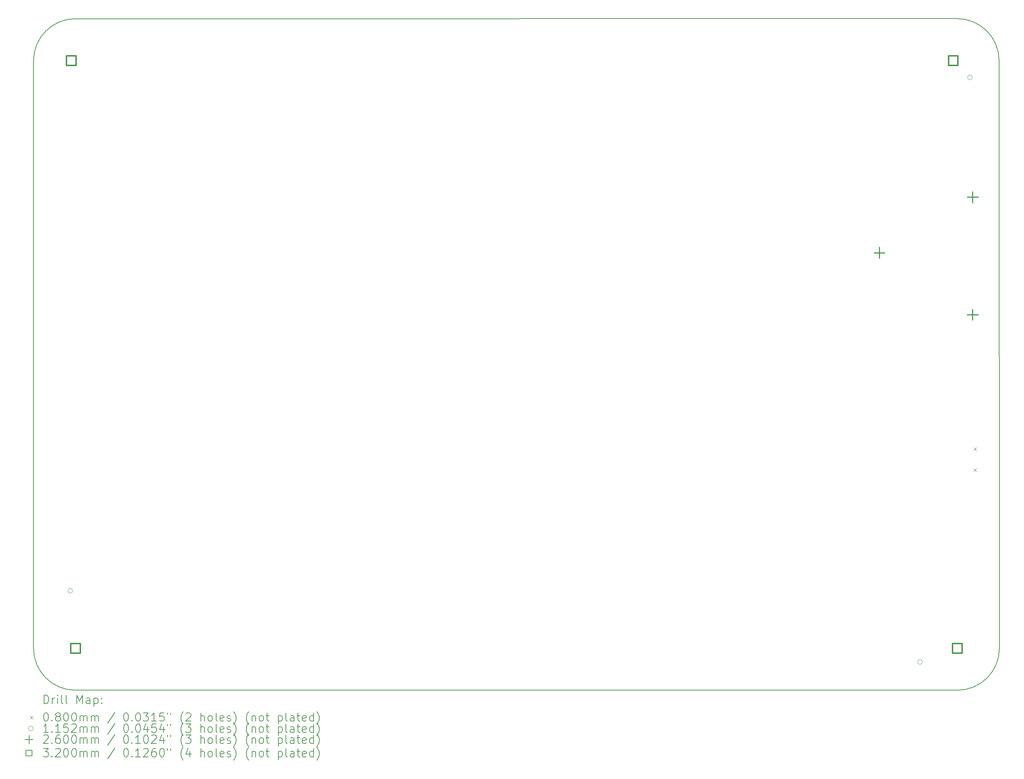
<source format=gbr>
%TF.GenerationSoftware,KiCad,Pcbnew,(6.0.10-0)*%
%TF.CreationDate,2023-01-28T16:51:03+01:00*%
%TF.ProjectId,LivSynth_Hardware,4c697653-796e-4746-985f-486172647761,0v2*%
%TF.SameCoordinates,Original*%
%TF.FileFunction,Drillmap*%
%TF.FilePolarity,Positive*%
%FSLAX45Y45*%
G04 Gerber Fmt 4.5, Leading zero omitted, Abs format (unit mm)*
G04 Created by KiCad (PCBNEW (6.0.10-0)) date 2023-01-28 16:51:03*
%MOMM*%
%LPD*%
G01*
G04 APERTURE LIST*
%ADD10C,0.150000*%
%ADD11C,0.200000*%
%ADD12C,0.080000*%
%ADD13C,0.115200*%
%ADD14C,0.260000*%
%ADD15C,0.320000*%
G04 APERTURE END LIST*
D10*
X30992893Y-7800000D02*
X31000000Y-21792893D01*
X7999997Y-21792893D02*
G75*
G03*
X9000000Y-22792893I1000003J3D01*
G01*
X9000000Y-6801500D02*
X29992893Y-6800000D01*
X30000000Y-22792890D02*
G75*
G03*
X31000000Y-21792893I0J1000000D01*
G01*
X8000000Y-21792893D02*
X8000000Y-7801500D01*
X9000000Y-22792893D02*
X30000000Y-22792893D01*
X9000000Y-6801500D02*
G75*
G03*
X8000000Y-7801500I0J-1000000D01*
G01*
X30992890Y-7800000D02*
G75*
G03*
X29992893Y-6800000I-1000000J0D01*
G01*
D11*
D12*
X30380000Y-17009500D02*
X30460000Y-17089500D01*
X30460000Y-17009500D02*
X30380000Y-17089500D01*
X30380000Y-17509500D02*
X30460000Y-17589500D01*
X30460000Y-17509500D02*
X30380000Y-17589500D01*
D13*
X8932600Y-20425000D02*
G75*
G03*
X8932600Y-20425000I-57600J0D01*
G01*
X29167600Y-22120000D02*
G75*
G03*
X29167600Y-22120000I-57600J0D01*
G01*
X30357600Y-8200000D02*
G75*
G03*
X30357600Y-8200000I-57600J0D01*
G01*
D14*
X28140000Y-12245000D02*
X28140000Y-12505000D01*
X28010000Y-12375000D02*
X28270000Y-12375000D01*
X30360000Y-10920000D02*
X30360000Y-11180000D01*
X30230000Y-11050000D02*
X30490000Y-11050000D01*
X30360000Y-13720000D02*
X30360000Y-13980000D01*
X30230000Y-13850000D02*
X30490000Y-13850000D01*
D15*
X9013138Y-7914638D02*
X9013138Y-7688362D01*
X8786862Y-7688362D01*
X8786862Y-7914638D01*
X9013138Y-7914638D01*
X9113138Y-21906031D02*
X9113138Y-21679755D01*
X8886862Y-21679755D01*
X8886862Y-21906031D01*
X9113138Y-21906031D01*
X30013138Y-7914638D02*
X30013138Y-7688362D01*
X29786862Y-7688362D01*
X29786862Y-7914638D01*
X30013138Y-7914638D01*
X30113138Y-21906031D02*
X30113138Y-21679755D01*
X29886862Y-21679755D01*
X29886862Y-21906031D01*
X30113138Y-21906031D01*
D11*
X8250119Y-23110869D02*
X8250119Y-22910869D01*
X8297738Y-22910869D01*
X8326309Y-22920393D01*
X8345357Y-22939441D01*
X8354881Y-22958488D01*
X8364405Y-22996584D01*
X8364405Y-23025155D01*
X8354881Y-23063250D01*
X8345357Y-23082298D01*
X8326309Y-23101345D01*
X8297738Y-23110869D01*
X8250119Y-23110869D01*
X8450119Y-23110869D02*
X8450119Y-22977536D01*
X8450119Y-23015631D02*
X8459643Y-22996584D01*
X8469167Y-22987060D01*
X8488214Y-22977536D01*
X8507262Y-22977536D01*
X8573929Y-23110869D02*
X8573929Y-22977536D01*
X8573929Y-22910869D02*
X8564405Y-22920393D01*
X8573929Y-22929917D01*
X8583452Y-22920393D01*
X8573929Y-22910869D01*
X8573929Y-22929917D01*
X8697738Y-23110869D02*
X8678690Y-23101345D01*
X8669167Y-23082298D01*
X8669167Y-22910869D01*
X8802500Y-23110869D02*
X8783452Y-23101345D01*
X8773929Y-23082298D01*
X8773929Y-22910869D01*
X9031071Y-23110869D02*
X9031071Y-22910869D01*
X9097738Y-23053726D01*
X9164405Y-22910869D01*
X9164405Y-23110869D01*
X9345357Y-23110869D02*
X9345357Y-23006107D01*
X9335833Y-22987060D01*
X9316786Y-22977536D01*
X9278690Y-22977536D01*
X9259643Y-22987060D01*
X9345357Y-23101345D02*
X9326310Y-23110869D01*
X9278690Y-23110869D01*
X9259643Y-23101345D01*
X9250119Y-23082298D01*
X9250119Y-23063250D01*
X9259643Y-23044203D01*
X9278690Y-23034679D01*
X9326310Y-23034679D01*
X9345357Y-23025155D01*
X9440595Y-22977536D02*
X9440595Y-23177536D01*
X9440595Y-22987060D02*
X9459643Y-22977536D01*
X9497738Y-22977536D01*
X9516786Y-22987060D01*
X9526310Y-22996584D01*
X9535833Y-23015631D01*
X9535833Y-23072774D01*
X9526310Y-23091822D01*
X9516786Y-23101345D01*
X9497738Y-23110869D01*
X9459643Y-23110869D01*
X9440595Y-23101345D01*
X9621548Y-23091822D02*
X9631071Y-23101345D01*
X9621548Y-23110869D01*
X9612024Y-23101345D01*
X9621548Y-23091822D01*
X9621548Y-23110869D01*
X9621548Y-22987060D02*
X9631071Y-22996584D01*
X9621548Y-23006107D01*
X9612024Y-22996584D01*
X9621548Y-22987060D01*
X9621548Y-23006107D01*
D12*
X7912500Y-23400393D02*
X7992500Y-23480393D01*
X7992500Y-23400393D02*
X7912500Y-23480393D01*
D11*
X8288214Y-23330869D02*
X8307262Y-23330869D01*
X8326309Y-23340393D01*
X8335833Y-23349917D01*
X8345357Y-23368965D01*
X8354881Y-23407060D01*
X8354881Y-23454679D01*
X8345357Y-23492774D01*
X8335833Y-23511822D01*
X8326309Y-23521345D01*
X8307262Y-23530869D01*
X8288214Y-23530869D01*
X8269167Y-23521345D01*
X8259643Y-23511822D01*
X8250119Y-23492774D01*
X8240595Y-23454679D01*
X8240595Y-23407060D01*
X8250119Y-23368965D01*
X8259643Y-23349917D01*
X8269167Y-23340393D01*
X8288214Y-23330869D01*
X8440595Y-23511822D02*
X8450119Y-23521345D01*
X8440595Y-23530869D01*
X8431071Y-23521345D01*
X8440595Y-23511822D01*
X8440595Y-23530869D01*
X8564405Y-23416584D02*
X8545357Y-23407060D01*
X8535833Y-23397536D01*
X8526310Y-23378488D01*
X8526310Y-23368965D01*
X8535833Y-23349917D01*
X8545357Y-23340393D01*
X8564405Y-23330869D01*
X8602500Y-23330869D01*
X8621548Y-23340393D01*
X8631071Y-23349917D01*
X8640595Y-23368965D01*
X8640595Y-23378488D01*
X8631071Y-23397536D01*
X8621548Y-23407060D01*
X8602500Y-23416584D01*
X8564405Y-23416584D01*
X8545357Y-23426107D01*
X8535833Y-23435631D01*
X8526310Y-23454679D01*
X8526310Y-23492774D01*
X8535833Y-23511822D01*
X8545357Y-23521345D01*
X8564405Y-23530869D01*
X8602500Y-23530869D01*
X8621548Y-23521345D01*
X8631071Y-23511822D01*
X8640595Y-23492774D01*
X8640595Y-23454679D01*
X8631071Y-23435631D01*
X8621548Y-23426107D01*
X8602500Y-23416584D01*
X8764405Y-23330869D02*
X8783452Y-23330869D01*
X8802500Y-23340393D01*
X8812024Y-23349917D01*
X8821548Y-23368965D01*
X8831071Y-23407060D01*
X8831071Y-23454679D01*
X8821548Y-23492774D01*
X8812024Y-23511822D01*
X8802500Y-23521345D01*
X8783452Y-23530869D01*
X8764405Y-23530869D01*
X8745357Y-23521345D01*
X8735833Y-23511822D01*
X8726310Y-23492774D01*
X8716786Y-23454679D01*
X8716786Y-23407060D01*
X8726310Y-23368965D01*
X8735833Y-23349917D01*
X8745357Y-23340393D01*
X8764405Y-23330869D01*
X8954881Y-23330869D02*
X8973929Y-23330869D01*
X8992976Y-23340393D01*
X9002500Y-23349917D01*
X9012024Y-23368965D01*
X9021548Y-23407060D01*
X9021548Y-23454679D01*
X9012024Y-23492774D01*
X9002500Y-23511822D01*
X8992976Y-23521345D01*
X8973929Y-23530869D01*
X8954881Y-23530869D01*
X8935833Y-23521345D01*
X8926310Y-23511822D01*
X8916786Y-23492774D01*
X8907262Y-23454679D01*
X8907262Y-23407060D01*
X8916786Y-23368965D01*
X8926310Y-23349917D01*
X8935833Y-23340393D01*
X8954881Y-23330869D01*
X9107262Y-23530869D02*
X9107262Y-23397536D01*
X9107262Y-23416584D02*
X9116786Y-23407060D01*
X9135833Y-23397536D01*
X9164405Y-23397536D01*
X9183452Y-23407060D01*
X9192976Y-23426107D01*
X9192976Y-23530869D01*
X9192976Y-23426107D02*
X9202500Y-23407060D01*
X9221548Y-23397536D01*
X9250119Y-23397536D01*
X9269167Y-23407060D01*
X9278690Y-23426107D01*
X9278690Y-23530869D01*
X9373929Y-23530869D02*
X9373929Y-23397536D01*
X9373929Y-23416584D02*
X9383452Y-23407060D01*
X9402500Y-23397536D01*
X9431071Y-23397536D01*
X9450119Y-23407060D01*
X9459643Y-23426107D01*
X9459643Y-23530869D01*
X9459643Y-23426107D02*
X9469167Y-23407060D01*
X9488214Y-23397536D01*
X9516786Y-23397536D01*
X9535833Y-23407060D01*
X9545357Y-23426107D01*
X9545357Y-23530869D01*
X9935833Y-23321345D02*
X9764405Y-23578488D01*
X10192976Y-23330869D02*
X10212024Y-23330869D01*
X10231071Y-23340393D01*
X10240595Y-23349917D01*
X10250119Y-23368965D01*
X10259643Y-23407060D01*
X10259643Y-23454679D01*
X10250119Y-23492774D01*
X10240595Y-23511822D01*
X10231071Y-23521345D01*
X10212024Y-23530869D01*
X10192976Y-23530869D01*
X10173929Y-23521345D01*
X10164405Y-23511822D01*
X10154881Y-23492774D01*
X10145357Y-23454679D01*
X10145357Y-23407060D01*
X10154881Y-23368965D01*
X10164405Y-23349917D01*
X10173929Y-23340393D01*
X10192976Y-23330869D01*
X10345357Y-23511822D02*
X10354881Y-23521345D01*
X10345357Y-23530869D01*
X10335833Y-23521345D01*
X10345357Y-23511822D01*
X10345357Y-23530869D01*
X10478690Y-23330869D02*
X10497738Y-23330869D01*
X10516786Y-23340393D01*
X10526310Y-23349917D01*
X10535833Y-23368965D01*
X10545357Y-23407060D01*
X10545357Y-23454679D01*
X10535833Y-23492774D01*
X10526310Y-23511822D01*
X10516786Y-23521345D01*
X10497738Y-23530869D01*
X10478690Y-23530869D01*
X10459643Y-23521345D01*
X10450119Y-23511822D01*
X10440595Y-23492774D01*
X10431071Y-23454679D01*
X10431071Y-23407060D01*
X10440595Y-23368965D01*
X10450119Y-23349917D01*
X10459643Y-23340393D01*
X10478690Y-23330869D01*
X10612024Y-23330869D02*
X10735833Y-23330869D01*
X10669167Y-23407060D01*
X10697738Y-23407060D01*
X10716786Y-23416584D01*
X10726310Y-23426107D01*
X10735833Y-23445155D01*
X10735833Y-23492774D01*
X10726310Y-23511822D01*
X10716786Y-23521345D01*
X10697738Y-23530869D01*
X10640595Y-23530869D01*
X10621548Y-23521345D01*
X10612024Y-23511822D01*
X10926310Y-23530869D02*
X10812024Y-23530869D01*
X10869167Y-23530869D02*
X10869167Y-23330869D01*
X10850119Y-23359441D01*
X10831071Y-23378488D01*
X10812024Y-23388012D01*
X11107262Y-23330869D02*
X11012024Y-23330869D01*
X11002500Y-23426107D01*
X11012024Y-23416584D01*
X11031071Y-23407060D01*
X11078690Y-23407060D01*
X11097738Y-23416584D01*
X11107262Y-23426107D01*
X11116786Y-23445155D01*
X11116786Y-23492774D01*
X11107262Y-23511822D01*
X11097738Y-23521345D01*
X11078690Y-23530869D01*
X11031071Y-23530869D01*
X11012024Y-23521345D01*
X11002500Y-23511822D01*
X11192976Y-23330869D02*
X11192976Y-23368965D01*
X11269167Y-23330869D02*
X11269167Y-23368965D01*
X11564405Y-23607060D02*
X11554881Y-23597536D01*
X11535833Y-23568965D01*
X11526309Y-23549917D01*
X11516786Y-23521345D01*
X11507262Y-23473726D01*
X11507262Y-23435631D01*
X11516786Y-23388012D01*
X11526309Y-23359441D01*
X11535833Y-23340393D01*
X11554881Y-23311822D01*
X11564405Y-23302298D01*
X11631071Y-23349917D02*
X11640595Y-23340393D01*
X11659643Y-23330869D01*
X11707262Y-23330869D01*
X11726309Y-23340393D01*
X11735833Y-23349917D01*
X11745357Y-23368965D01*
X11745357Y-23388012D01*
X11735833Y-23416584D01*
X11621548Y-23530869D01*
X11745357Y-23530869D01*
X11983452Y-23530869D02*
X11983452Y-23330869D01*
X12069167Y-23530869D02*
X12069167Y-23426107D01*
X12059643Y-23407060D01*
X12040595Y-23397536D01*
X12012024Y-23397536D01*
X11992976Y-23407060D01*
X11983452Y-23416584D01*
X12192976Y-23530869D02*
X12173928Y-23521345D01*
X12164405Y-23511822D01*
X12154881Y-23492774D01*
X12154881Y-23435631D01*
X12164405Y-23416584D01*
X12173928Y-23407060D01*
X12192976Y-23397536D01*
X12221548Y-23397536D01*
X12240595Y-23407060D01*
X12250119Y-23416584D01*
X12259643Y-23435631D01*
X12259643Y-23492774D01*
X12250119Y-23511822D01*
X12240595Y-23521345D01*
X12221548Y-23530869D01*
X12192976Y-23530869D01*
X12373928Y-23530869D02*
X12354881Y-23521345D01*
X12345357Y-23502298D01*
X12345357Y-23330869D01*
X12526309Y-23521345D02*
X12507262Y-23530869D01*
X12469167Y-23530869D01*
X12450119Y-23521345D01*
X12440595Y-23502298D01*
X12440595Y-23426107D01*
X12450119Y-23407060D01*
X12469167Y-23397536D01*
X12507262Y-23397536D01*
X12526309Y-23407060D01*
X12535833Y-23426107D01*
X12535833Y-23445155D01*
X12440595Y-23464203D01*
X12612024Y-23521345D02*
X12631071Y-23530869D01*
X12669167Y-23530869D01*
X12688214Y-23521345D01*
X12697738Y-23502298D01*
X12697738Y-23492774D01*
X12688214Y-23473726D01*
X12669167Y-23464203D01*
X12640595Y-23464203D01*
X12621548Y-23454679D01*
X12612024Y-23435631D01*
X12612024Y-23426107D01*
X12621548Y-23407060D01*
X12640595Y-23397536D01*
X12669167Y-23397536D01*
X12688214Y-23407060D01*
X12764405Y-23607060D02*
X12773928Y-23597536D01*
X12792976Y-23568965D01*
X12802500Y-23549917D01*
X12812024Y-23521345D01*
X12821548Y-23473726D01*
X12821548Y-23435631D01*
X12812024Y-23388012D01*
X12802500Y-23359441D01*
X12792976Y-23340393D01*
X12773928Y-23311822D01*
X12764405Y-23302298D01*
X13126309Y-23607060D02*
X13116786Y-23597536D01*
X13097738Y-23568965D01*
X13088214Y-23549917D01*
X13078690Y-23521345D01*
X13069167Y-23473726D01*
X13069167Y-23435631D01*
X13078690Y-23388012D01*
X13088214Y-23359441D01*
X13097738Y-23340393D01*
X13116786Y-23311822D01*
X13126309Y-23302298D01*
X13202500Y-23397536D02*
X13202500Y-23530869D01*
X13202500Y-23416584D02*
X13212024Y-23407060D01*
X13231071Y-23397536D01*
X13259643Y-23397536D01*
X13278690Y-23407060D01*
X13288214Y-23426107D01*
X13288214Y-23530869D01*
X13412024Y-23530869D02*
X13392976Y-23521345D01*
X13383452Y-23511822D01*
X13373928Y-23492774D01*
X13373928Y-23435631D01*
X13383452Y-23416584D01*
X13392976Y-23407060D01*
X13412024Y-23397536D01*
X13440595Y-23397536D01*
X13459643Y-23407060D01*
X13469167Y-23416584D01*
X13478690Y-23435631D01*
X13478690Y-23492774D01*
X13469167Y-23511822D01*
X13459643Y-23521345D01*
X13440595Y-23530869D01*
X13412024Y-23530869D01*
X13535833Y-23397536D02*
X13612024Y-23397536D01*
X13564405Y-23330869D02*
X13564405Y-23502298D01*
X13573928Y-23521345D01*
X13592976Y-23530869D01*
X13612024Y-23530869D01*
X13831071Y-23397536D02*
X13831071Y-23597536D01*
X13831071Y-23407060D02*
X13850119Y-23397536D01*
X13888214Y-23397536D01*
X13907262Y-23407060D01*
X13916786Y-23416584D01*
X13926309Y-23435631D01*
X13926309Y-23492774D01*
X13916786Y-23511822D01*
X13907262Y-23521345D01*
X13888214Y-23530869D01*
X13850119Y-23530869D01*
X13831071Y-23521345D01*
X14040595Y-23530869D02*
X14021548Y-23521345D01*
X14012024Y-23502298D01*
X14012024Y-23330869D01*
X14202500Y-23530869D02*
X14202500Y-23426107D01*
X14192976Y-23407060D01*
X14173928Y-23397536D01*
X14135833Y-23397536D01*
X14116786Y-23407060D01*
X14202500Y-23521345D02*
X14183452Y-23530869D01*
X14135833Y-23530869D01*
X14116786Y-23521345D01*
X14107262Y-23502298D01*
X14107262Y-23483250D01*
X14116786Y-23464203D01*
X14135833Y-23454679D01*
X14183452Y-23454679D01*
X14202500Y-23445155D01*
X14269167Y-23397536D02*
X14345357Y-23397536D01*
X14297738Y-23330869D02*
X14297738Y-23502298D01*
X14307262Y-23521345D01*
X14326309Y-23530869D01*
X14345357Y-23530869D01*
X14488214Y-23521345D02*
X14469167Y-23530869D01*
X14431071Y-23530869D01*
X14412024Y-23521345D01*
X14402500Y-23502298D01*
X14402500Y-23426107D01*
X14412024Y-23407060D01*
X14431071Y-23397536D01*
X14469167Y-23397536D01*
X14488214Y-23407060D01*
X14497738Y-23426107D01*
X14497738Y-23445155D01*
X14402500Y-23464203D01*
X14669167Y-23530869D02*
X14669167Y-23330869D01*
X14669167Y-23521345D02*
X14650119Y-23530869D01*
X14612024Y-23530869D01*
X14592976Y-23521345D01*
X14583452Y-23511822D01*
X14573928Y-23492774D01*
X14573928Y-23435631D01*
X14583452Y-23416584D01*
X14592976Y-23407060D01*
X14612024Y-23397536D01*
X14650119Y-23397536D01*
X14669167Y-23407060D01*
X14745357Y-23607060D02*
X14754881Y-23597536D01*
X14773928Y-23568965D01*
X14783452Y-23549917D01*
X14792976Y-23521345D01*
X14802500Y-23473726D01*
X14802500Y-23435631D01*
X14792976Y-23388012D01*
X14783452Y-23359441D01*
X14773928Y-23340393D01*
X14754881Y-23311822D01*
X14745357Y-23302298D01*
D13*
X7992500Y-23704393D02*
G75*
G03*
X7992500Y-23704393I-57600J0D01*
G01*
D11*
X8354881Y-23794869D02*
X8240595Y-23794869D01*
X8297738Y-23794869D02*
X8297738Y-23594869D01*
X8278690Y-23623441D01*
X8259643Y-23642488D01*
X8240595Y-23652012D01*
X8440595Y-23775822D02*
X8450119Y-23785345D01*
X8440595Y-23794869D01*
X8431071Y-23785345D01*
X8440595Y-23775822D01*
X8440595Y-23794869D01*
X8640595Y-23794869D02*
X8526310Y-23794869D01*
X8583452Y-23794869D02*
X8583452Y-23594869D01*
X8564405Y-23623441D01*
X8545357Y-23642488D01*
X8526310Y-23652012D01*
X8821548Y-23594869D02*
X8726310Y-23594869D01*
X8716786Y-23690107D01*
X8726310Y-23680584D01*
X8745357Y-23671060D01*
X8792976Y-23671060D01*
X8812024Y-23680584D01*
X8821548Y-23690107D01*
X8831071Y-23709155D01*
X8831071Y-23756774D01*
X8821548Y-23775822D01*
X8812024Y-23785345D01*
X8792976Y-23794869D01*
X8745357Y-23794869D01*
X8726310Y-23785345D01*
X8716786Y-23775822D01*
X8907262Y-23613917D02*
X8916786Y-23604393D01*
X8935833Y-23594869D01*
X8983452Y-23594869D01*
X9002500Y-23604393D01*
X9012024Y-23613917D01*
X9021548Y-23632965D01*
X9021548Y-23652012D01*
X9012024Y-23680584D01*
X8897738Y-23794869D01*
X9021548Y-23794869D01*
X9107262Y-23794869D02*
X9107262Y-23661536D01*
X9107262Y-23680584D02*
X9116786Y-23671060D01*
X9135833Y-23661536D01*
X9164405Y-23661536D01*
X9183452Y-23671060D01*
X9192976Y-23690107D01*
X9192976Y-23794869D01*
X9192976Y-23690107D02*
X9202500Y-23671060D01*
X9221548Y-23661536D01*
X9250119Y-23661536D01*
X9269167Y-23671060D01*
X9278690Y-23690107D01*
X9278690Y-23794869D01*
X9373929Y-23794869D02*
X9373929Y-23661536D01*
X9373929Y-23680584D02*
X9383452Y-23671060D01*
X9402500Y-23661536D01*
X9431071Y-23661536D01*
X9450119Y-23671060D01*
X9459643Y-23690107D01*
X9459643Y-23794869D01*
X9459643Y-23690107D02*
X9469167Y-23671060D01*
X9488214Y-23661536D01*
X9516786Y-23661536D01*
X9535833Y-23671060D01*
X9545357Y-23690107D01*
X9545357Y-23794869D01*
X9935833Y-23585345D02*
X9764405Y-23842488D01*
X10192976Y-23594869D02*
X10212024Y-23594869D01*
X10231071Y-23604393D01*
X10240595Y-23613917D01*
X10250119Y-23632965D01*
X10259643Y-23671060D01*
X10259643Y-23718679D01*
X10250119Y-23756774D01*
X10240595Y-23775822D01*
X10231071Y-23785345D01*
X10212024Y-23794869D01*
X10192976Y-23794869D01*
X10173929Y-23785345D01*
X10164405Y-23775822D01*
X10154881Y-23756774D01*
X10145357Y-23718679D01*
X10145357Y-23671060D01*
X10154881Y-23632965D01*
X10164405Y-23613917D01*
X10173929Y-23604393D01*
X10192976Y-23594869D01*
X10345357Y-23775822D02*
X10354881Y-23785345D01*
X10345357Y-23794869D01*
X10335833Y-23785345D01*
X10345357Y-23775822D01*
X10345357Y-23794869D01*
X10478690Y-23594869D02*
X10497738Y-23594869D01*
X10516786Y-23604393D01*
X10526310Y-23613917D01*
X10535833Y-23632965D01*
X10545357Y-23671060D01*
X10545357Y-23718679D01*
X10535833Y-23756774D01*
X10526310Y-23775822D01*
X10516786Y-23785345D01*
X10497738Y-23794869D01*
X10478690Y-23794869D01*
X10459643Y-23785345D01*
X10450119Y-23775822D01*
X10440595Y-23756774D01*
X10431071Y-23718679D01*
X10431071Y-23671060D01*
X10440595Y-23632965D01*
X10450119Y-23613917D01*
X10459643Y-23604393D01*
X10478690Y-23594869D01*
X10716786Y-23661536D02*
X10716786Y-23794869D01*
X10669167Y-23585345D02*
X10621548Y-23728203D01*
X10745357Y-23728203D01*
X10916786Y-23594869D02*
X10821548Y-23594869D01*
X10812024Y-23690107D01*
X10821548Y-23680584D01*
X10840595Y-23671060D01*
X10888214Y-23671060D01*
X10907262Y-23680584D01*
X10916786Y-23690107D01*
X10926310Y-23709155D01*
X10926310Y-23756774D01*
X10916786Y-23775822D01*
X10907262Y-23785345D01*
X10888214Y-23794869D01*
X10840595Y-23794869D01*
X10821548Y-23785345D01*
X10812024Y-23775822D01*
X11097738Y-23661536D02*
X11097738Y-23794869D01*
X11050119Y-23585345D02*
X11002500Y-23728203D01*
X11126310Y-23728203D01*
X11192976Y-23594869D02*
X11192976Y-23632965D01*
X11269167Y-23594869D02*
X11269167Y-23632965D01*
X11564405Y-23871060D02*
X11554881Y-23861536D01*
X11535833Y-23832965D01*
X11526309Y-23813917D01*
X11516786Y-23785345D01*
X11507262Y-23737726D01*
X11507262Y-23699631D01*
X11516786Y-23652012D01*
X11526309Y-23623441D01*
X11535833Y-23604393D01*
X11554881Y-23575822D01*
X11564405Y-23566298D01*
X11621548Y-23594869D02*
X11745357Y-23594869D01*
X11678690Y-23671060D01*
X11707262Y-23671060D01*
X11726309Y-23680584D01*
X11735833Y-23690107D01*
X11745357Y-23709155D01*
X11745357Y-23756774D01*
X11735833Y-23775822D01*
X11726309Y-23785345D01*
X11707262Y-23794869D01*
X11650119Y-23794869D01*
X11631071Y-23785345D01*
X11621548Y-23775822D01*
X11983452Y-23794869D02*
X11983452Y-23594869D01*
X12069167Y-23794869D02*
X12069167Y-23690107D01*
X12059643Y-23671060D01*
X12040595Y-23661536D01*
X12012024Y-23661536D01*
X11992976Y-23671060D01*
X11983452Y-23680584D01*
X12192976Y-23794869D02*
X12173928Y-23785345D01*
X12164405Y-23775822D01*
X12154881Y-23756774D01*
X12154881Y-23699631D01*
X12164405Y-23680584D01*
X12173928Y-23671060D01*
X12192976Y-23661536D01*
X12221548Y-23661536D01*
X12240595Y-23671060D01*
X12250119Y-23680584D01*
X12259643Y-23699631D01*
X12259643Y-23756774D01*
X12250119Y-23775822D01*
X12240595Y-23785345D01*
X12221548Y-23794869D01*
X12192976Y-23794869D01*
X12373928Y-23794869D02*
X12354881Y-23785345D01*
X12345357Y-23766298D01*
X12345357Y-23594869D01*
X12526309Y-23785345D02*
X12507262Y-23794869D01*
X12469167Y-23794869D01*
X12450119Y-23785345D01*
X12440595Y-23766298D01*
X12440595Y-23690107D01*
X12450119Y-23671060D01*
X12469167Y-23661536D01*
X12507262Y-23661536D01*
X12526309Y-23671060D01*
X12535833Y-23690107D01*
X12535833Y-23709155D01*
X12440595Y-23728203D01*
X12612024Y-23785345D02*
X12631071Y-23794869D01*
X12669167Y-23794869D01*
X12688214Y-23785345D01*
X12697738Y-23766298D01*
X12697738Y-23756774D01*
X12688214Y-23737726D01*
X12669167Y-23728203D01*
X12640595Y-23728203D01*
X12621548Y-23718679D01*
X12612024Y-23699631D01*
X12612024Y-23690107D01*
X12621548Y-23671060D01*
X12640595Y-23661536D01*
X12669167Y-23661536D01*
X12688214Y-23671060D01*
X12764405Y-23871060D02*
X12773928Y-23861536D01*
X12792976Y-23832965D01*
X12802500Y-23813917D01*
X12812024Y-23785345D01*
X12821548Y-23737726D01*
X12821548Y-23699631D01*
X12812024Y-23652012D01*
X12802500Y-23623441D01*
X12792976Y-23604393D01*
X12773928Y-23575822D01*
X12764405Y-23566298D01*
X13126309Y-23871060D02*
X13116786Y-23861536D01*
X13097738Y-23832965D01*
X13088214Y-23813917D01*
X13078690Y-23785345D01*
X13069167Y-23737726D01*
X13069167Y-23699631D01*
X13078690Y-23652012D01*
X13088214Y-23623441D01*
X13097738Y-23604393D01*
X13116786Y-23575822D01*
X13126309Y-23566298D01*
X13202500Y-23661536D02*
X13202500Y-23794869D01*
X13202500Y-23680584D02*
X13212024Y-23671060D01*
X13231071Y-23661536D01*
X13259643Y-23661536D01*
X13278690Y-23671060D01*
X13288214Y-23690107D01*
X13288214Y-23794869D01*
X13412024Y-23794869D02*
X13392976Y-23785345D01*
X13383452Y-23775822D01*
X13373928Y-23756774D01*
X13373928Y-23699631D01*
X13383452Y-23680584D01*
X13392976Y-23671060D01*
X13412024Y-23661536D01*
X13440595Y-23661536D01*
X13459643Y-23671060D01*
X13469167Y-23680584D01*
X13478690Y-23699631D01*
X13478690Y-23756774D01*
X13469167Y-23775822D01*
X13459643Y-23785345D01*
X13440595Y-23794869D01*
X13412024Y-23794869D01*
X13535833Y-23661536D02*
X13612024Y-23661536D01*
X13564405Y-23594869D02*
X13564405Y-23766298D01*
X13573928Y-23785345D01*
X13592976Y-23794869D01*
X13612024Y-23794869D01*
X13831071Y-23661536D02*
X13831071Y-23861536D01*
X13831071Y-23671060D02*
X13850119Y-23661536D01*
X13888214Y-23661536D01*
X13907262Y-23671060D01*
X13916786Y-23680584D01*
X13926309Y-23699631D01*
X13926309Y-23756774D01*
X13916786Y-23775822D01*
X13907262Y-23785345D01*
X13888214Y-23794869D01*
X13850119Y-23794869D01*
X13831071Y-23785345D01*
X14040595Y-23794869D02*
X14021548Y-23785345D01*
X14012024Y-23766298D01*
X14012024Y-23594869D01*
X14202500Y-23794869D02*
X14202500Y-23690107D01*
X14192976Y-23671060D01*
X14173928Y-23661536D01*
X14135833Y-23661536D01*
X14116786Y-23671060D01*
X14202500Y-23785345D02*
X14183452Y-23794869D01*
X14135833Y-23794869D01*
X14116786Y-23785345D01*
X14107262Y-23766298D01*
X14107262Y-23747250D01*
X14116786Y-23728203D01*
X14135833Y-23718679D01*
X14183452Y-23718679D01*
X14202500Y-23709155D01*
X14269167Y-23661536D02*
X14345357Y-23661536D01*
X14297738Y-23594869D02*
X14297738Y-23766298D01*
X14307262Y-23785345D01*
X14326309Y-23794869D01*
X14345357Y-23794869D01*
X14488214Y-23785345D02*
X14469167Y-23794869D01*
X14431071Y-23794869D01*
X14412024Y-23785345D01*
X14402500Y-23766298D01*
X14402500Y-23690107D01*
X14412024Y-23671060D01*
X14431071Y-23661536D01*
X14469167Y-23661536D01*
X14488214Y-23671060D01*
X14497738Y-23690107D01*
X14497738Y-23709155D01*
X14402500Y-23728203D01*
X14669167Y-23794869D02*
X14669167Y-23594869D01*
X14669167Y-23785345D02*
X14650119Y-23794869D01*
X14612024Y-23794869D01*
X14592976Y-23785345D01*
X14583452Y-23775822D01*
X14573928Y-23756774D01*
X14573928Y-23699631D01*
X14583452Y-23680584D01*
X14592976Y-23671060D01*
X14612024Y-23661536D01*
X14650119Y-23661536D01*
X14669167Y-23671060D01*
X14745357Y-23871060D02*
X14754881Y-23861536D01*
X14773928Y-23832965D01*
X14783452Y-23813917D01*
X14792976Y-23785345D01*
X14802500Y-23737726D01*
X14802500Y-23699631D01*
X14792976Y-23652012D01*
X14783452Y-23623441D01*
X14773928Y-23604393D01*
X14754881Y-23575822D01*
X14745357Y-23566298D01*
X7892500Y-23868393D02*
X7892500Y-24068393D01*
X7792500Y-23968393D02*
X7992500Y-23968393D01*
X8240595Y-23877917D02*
X8250119Y-23868393D01*
X8269167Y-23858869D01*
X8316786Y-23858869D01*
X8335833Y-23868393D01*
X8345357Y-23877917D01*
X8354881Y-23896965D01*
X8354881Y-23916012D01*
X8345357Y-23944584D01*
X8231071Y-24058869D01*
X8354881Y-24058869D01*
X8440595Y-24039822D02*
X8450119Y-24049345D01*
X8440595Y-24058869D01*
X8431071Y-24049345D01*
X8440595Y-24039822D01*
X8440595Y-24058869D01*
X8621548Y-23858869D02*
X8583452Y-23858869D01*
X8564405Y-23868393D01*
X8554881Y-23877917D01*
X8535833Y-23906488D01*
X8526310Y-23944584D01*
X8526310Y-24020774D01*
X8535833Y-24039822D01*
X8545357Y-24049345D01*
X8564405Y-24058869D01*
X8602500Y-24058869D01*
X8621548Y-24049345D01*
X8631071Y-24039822D01*
X8640595Y-24020774D01*
X8640595Y-23973155D01*
X8631071Y-23954107D01*
X8621548Y-23944584D01*
X8602500Y-23935060D01*
X8564405Y-23935060D01*
X8545357Y-23944584D01*
X8535833Y-23954107D01*
X8526310Y-23973155D01*
X8764405Y-23858869D02*
X8783452Y-23858869D01*
X8802500Y-23868393D01*
X8812024Y-23877917D01*
X8821548Y-23896965D01*
X8831071Y-23935060D01*
X8831071Y-23982679D01*
X8821548Y-24020774D01*
X8812024Y-24039822D01*
X8802500Y-24049345D01*
X8783452Y-24058869D01*
X8764405Y-24058869D01*
X8745357Y-24049345D01*
X8735833Y-24039822D01*
X8726310Y-24020774D01*
X8716786Y-23982679D01*
X8716786Y-23935060D01*
X8726310Y-23896965D01*
X8735833Y-23877917D01*
X8745357Y-23868393D01*
X8764405Y-23858869D01*
X8954881Y-23858869D02*
X8973929Y-23858869D01*
X8992976Y-23868393D01*
X9002500Y-23877917D01*
X9012024Y-23896965D01*
X9021548Y-23935060D01*
X9021548Y-23982679D01*
X9012024Y-24020774D01*
X9002500Y-24039822D01*
X8992976Y-24049345D01*
X8973929Y-24058869D01*
X8954881Y-24058869D01*
X8935833Y-24049345D01*
X8926310Y-24039822D01*
X8916786Y-24020774D01*
X8907262Y-23982679D01*
X8907262Y-23935060D01*
X8916786Y-23896965D01*
X8926310Y-23877917D01*
X8935833Y-23868393D01*
X8954881Y-23858869D01*
X9107262Y-24058869D02*
X9107262Y-23925536D01*
X9107262Y-23944584D02*
X9116786Y-23935060D01*
X9135833Y-23925536D01*
X9164405Y-23925536D01*
X9183452Y-23935060D01*
X9192976Y-23954107D01*
X9192976Y-24058869D01*
X9192976Y-23954107D02*
X9202500Y-23935060D01*
X9221548Y-23925536D01*
X9250119Y-23925536D01*
X9269167Y-23935060D01*
X9278690Y-23954107D01*
X9278690Y-24058869D01*
X9373929Y-24058869D02*
X9373929Y-23925536D01*
X9373929Y-23944584D02*
X9383452Y-23935060D01*
X9402500Y-23925536D01*
X9431071Y-23925536D01*
X9450119Y-23935060D01*
X9459643Y-23954107D01*
X9459643Y-24058869D01*
X9459643Y-23954107D02*
X9469167Y-23935060D01*
X9488214Y-23925536D01*
X9516786Y-23925536D01*
X9535833Y-23935060D01*
X9545357Y-23954107D01*
X9545357Y-24058869D01*
X9935833Y-23849345D02*
X9764405Y-24106488D01*
X10192976Y-23858869D02*
X10212024Y-23858869D01*
X10231071Y-23868393D01*
X10240595Y-23877917D01*
X10250119Y-23896965D01*
X10259643Y-23935060D01*
X10259643Y-23982679D01*
X10250119Y-24020774D01*
X10240595Y-24039822D01*
X10231071Y-24049345D01*
X10212024Y-24058869D01*
X10192976Y-24058869D01*
X10173929Y-24049345D01*
X10164405Y-24039822D01*
X10154881Y-24020774D01*
X10145357Y-23982679D01*
X10145357Y-23935060D01*
X10154881Y-23896965D01*
X10164405Y-23877917D01*
X10173929Y-23868393D01*
X10192976Y-23858869D01*
X10345357Y-24039822D02*
X10354881Y-24049345D01*
X10345357Y-24058869D01*
X10335833Y-24049345D01*
X10345357Y-24039822D01*
X10345357Y-24058869D01*
X10545357Y-24058869D02*
X10431071Y-24058869D01*
X10488214Y-24058869D02*
X10488214Y-23858869D01*
X10469167Y-23887441D01*
X10450119Y-23906488D01*
X10431071Y-23916012D01*
X10669167Y-23858869D02*
X10688214Y-23858869D01*
X10707262Y-23868393D01*
X10716786Y-23877917D01*
X10726310Y-23896965D01*
X10735833Y-23935060D01*
X10735833Y-23982679D01*
X10726310Y-24020774D01*
X10716786Y-24039822D01*
X10707262Y-24049345D01*
X10688214Y-24058869D01*
X10669167Y-24058869D01*
X10650119Y-24049345D01*
X10640595Y-24039822D01*
X10631071Y-24020774D01*
X10621548Y-23982679D01*
X10621548Y-23935060D01*
X10631071Y-23896965D01*
X10640595Y-23877917D01*
X10650119Y-23868393D01*
X10669167Y-23858869D01*
X10812024Y-23877917D02*
X10821548Y-23868393D01*
X10840595Y-23858869D01*
X10888214Y-23858869D01*
X10907262Y-23868393D01*
X10916786Y-23877917D01*
X10926310Y-23896965D01*
X10926310Y-23916012D01*
X10916786Y-23944584D01*
X10802500Y-24058869D01*
X10926310Y-24058869D01*
X11097738Y-23925536D02*
X11097738Y-24058869D01*
X11050119Y-23849345D02*
X11002500Y-23992203D01*
X11126310Y-23992203D01*
X11192976Y-23858869D02*
X11192976Y-23896965D01*
X11269167Y-23858869D02*
X11269167Y-23896965D01*
X11564405Y-24135060D02*
X11554881Y-24125536D01*
X11535833Y-24096965D01*
X11526309Y-24077917D01*
X11516786Y-24049345D01*
X11507262Y-24001726D01*
X11507262Y-23963631D01*
X11516786Y-23916012D01*
X11526309Y-23887441D01*
X11535833Y-23868393D01*
X11554881Y-23839822D01*
X11564405Y-23830298D01*
X11621548Y-23858869D02*
X11745357Y-23858869D01*
X11678690Y-23935060D01*
X11707262Y-23935060D01*
X11726309Y-23944584D01*
X11735833Y-23954107D01*
X11745357Y-23973155D01*
X11745357Y-24020774D01*
X11735833Y-24039822D01*
X11726309Y-24049345D01*
X11707262Y-24058869D01*
X11650119Y-24058869D01*
X11631071Y-24049345D01*
X11621548Y-24039822D01*
X11983452Y-24058869D02*
X11983452Y-23858869D01*
X12069167Y-24058869D02*
X12069167Y-23954107D01*
X12059643Y-23935060D01*
X12040595Y-23925536D01*
X12012024Y-23925536D01*
X11992976Y-23935060D01*
X11983452Y-23944584D01*
X12192976Y-24058869D02*
X12173928Y-24049345D01*
X12164405Y-24039822D01*
X12154881Y-24020774D01*
X12154881Y-23963631D01*
X12164405Y-23944584D01*
X12173928Y-23935060D01*
X12192976Y-23925536D01*
X12221548Y-23925536D01*
X12240595Y-23935060D01*
X12250119Y-23944584D01*
X12259643Y-23963631D01*
X12259643Y-24020774D01*
X12250119Y-24039822D01*
X12240595Y-24049345D01*
X12221548Y-24058869D01*
X12192976Y-24058869D01*
X12373928Y-24058869D02*
X12354881Y-24049345D01*
X12345357Y-24030298D01*
X12345357Y-23858869D01*
X12526309Y-24049345D02*
X12507262Y-24058869D01*
X12469167Y-24058869D01*
X12450119Y-24049345D01*
X12440595Y-24030298D01*
X12440595Y-23954107D01*
X12450119Y-23935060D01*
X12469167Y-23925536D01*
X12507262Y-23925536D01*
X12526309Y-23935060D01*
X12535833Y-23954107D01*
X12535833Y-23973155D01*
X12440595Y-23992203D01*
X12612024Y-24049345D02*
X12631071Y-24058869D01*
X12669167Y-24058869D01*
X12688214Y-24049345D01*
X12697738Y-24030298D01*
X12697738Y-24020774D01*
X12688214Y-24001726D01*
X12669167Y-23992203D01*
X12640595Y-23992203D01*
X12621548Y-23982679D01*
X12612024Y-23963631D01*
X12612024Y-23954107D01*
X12621548Y-23935060D01*
X12640595Y-23925536D01*
X12669167Y-23925536D01*
X12688214Y-23935060D01*
X12764405Y-24135060D02*
X12773928Y-24125536D01*
X12792976Y-24096965D01*
X12802500Y-24077917D01*
X12812024Y-24049345D01*
X12821548Y-24001726D01*
X12821548Y-23963631D01*
X12812024Y-23916012D01*
X12802500Y-23887441D01*
X12792976Y-23868393D01*
X12773928Y-23839822D01*
X12764405Y-23830298D01*
X13126309Y-24135060D02*
X13116786Y-24125536D01*
X13097738Y-24096965D01*
X13088214Y-24077917D01*
X13078690Y-24049345D01*
X13069167Y-24001726D01*
X13069167Y-23963631D01*
X13078690Y-23916012D01*
X13088214Y-23887441D01*
X13097738Y-23868393D01*
X13116786Y-23839822D01*
X13126309Y-23830298D01*
X13202500Y-23925536D02*
X13202500Y-24058869D01*
X13202500Y-23944584D02*
X13212024Y-23935060D01*
X13231071Y-23925536D01*
X13259643Y-23925536D01*
X13278690Y-23935060D01*
X13288214Y-23954107D01*
X13288214Y-24058869D01*
X13412024Y-24058869D02*
X13392976Y-24049345D01*
X13383452Y-24039822D01*
X13373928Y-24020774D01*
X13373928Y-23963631D01*
X13383452Y-23944584D01*
X13392976Y-23935060D01*
X13412024Y-23925536D01*
X13440595Y-23925536D01*
X13459643Y-23935060D01*
X13469167Y-23944584D01*
X13478690Y-23963631D01*
X13478690Y-24020774D01*
X13469167Y-24039822D01*
X13459643Y-24049345D01*
X13440595Y-24058869D01*
X13412024Y-24058869D01*
X13535833Y-23925536D02*
X13612024Y-23925536D01*
X13564405Y-23858869D02*
X13564405Y-24030298D01*
X13573928Y-24049345D01*
X13592976Y-24058869D01*
X13612024Y-24058869D01*
X13831071Y-23925536D02*
X13831071Y-24125536D01*
X13831071Y-23935060D02*
X13850119Y-23925536D01*
X13888214Y-23925536D01*
X13907262Y-23935060D01*
X13916786Y-23944584D01*
X13926309Y-23963631D01*
X13926309Y-24020774D01*
X13916786Y-24039822D01*
X13907262Y-24049345D01*
X13888214Y-24058869D01*
X13850119Y-24058869D01*
X13831071Y-24049345D01*
X14040595Y-24058869D02*
X14021548Y-24049345D01*
X14012024Y-24030298D01*
X14012024Y-23858869D01*
X14202500Y-24058869D02*
X14202500Y-23954107D01*
X14192976Y-23935060D01*
X14173928Y-23925536D01*
X14135833Y-23925536D01*
X14116786Y-23935060D01*
X14202500Y-24049345D02*
X14183452Y-24058869D01*
X14135833Y-24058869D01*
X14116786Y-24049345D01*
X14107262Y-24030298D01*
X14107262Y-24011250D01*
X14116786Y-23992203D01*
X14135833Y-23982679D01*
X14183452Y-23982679D01*
X14202500Y-23973155D01*
X14269167Y-23925536D02*
X14345357Y-23925536D01*
X14297738Y-23858869D02*
X14297738Y-24030298D01*
X14307262Y-24049345D01*
X14326309Y-24058869D01*
X14345357Y-24058869D01*
X14488214Y-24049345D02*
X14469167Y-24058869D01*
X14431071Y-24058869D01*
X14412024Y-24049345D01*
X14402500Y-24030298D01*
X14402500Y-23954107D01*
X14412024Y-23935060D01*
X14431071Y-23925536D01*
X14469167Y-23925536D01*
X14488214Y-23935060D01*
X14497738Y-23954107D01*
X14497738Y-23973155D01*
X14402500Y-23992203D01*
X14669167Y-24058869D02*
X14669167Y-23858869D01*
X14669167Y-24049345D02*
X14650119Y-24058869D01*
X14612024Y-24058869D01*
X14592976Y-24049345D01*
X14583452Y-24039822D01*
X14573928Y-24020774D01*
X14573928Y-23963631D01*
X14583452Y-23944584D01*
X14592976Y-23935060D01*
X14612024Y-23925536D01*
X14650119Y-23925536D01*
X14669167Y-23935060D01*
X14745357Y-24135060D02*
X14754881Y-24125536D01*
X14773928Y-24096965D01*
X14783452Y-24077917D01*
X14792976Y-24049345D01*
X14802500Y-24001726D01*
X14802500Y-23963631D01*
X14792976Y-23916012D01*
X14783452Y-23887441D01*
X14773928Y-23868393D01*
X14754881Y-23839822D01*
X14745357Y-23830298D01*
X7963211Y-24359105D02*
X7963211Y-24217682D01*
X7821789Y-24217682D01*
X7821789Y-24359105D01*
X7963211Y-24359105D01*
X8231071Y-24178869D02*
X8354881Y-24178869D01*
X8288214Y-24255060D01*
X8316786Y-24255060D01*
X8335833Y-24264584D01*
X8345357Y-24274107D01*
X8354881Y-24293155D01*
X8354881Y-24340774D01*
X8345357Y-24359822D01*
X8335833Y-24369345D01*
X8316786Y-24378869D01*
X8259643Y-24378869D01*
X8240595Y-24369345D01*
X8231071Y-24359822D01*
X8440595Y-24359822D02*
X8450119Y-24369345D01*
X8440595Y-24378869D01*
X8431071Y-24369345D01*
X8440595Y-24359822D01*
X8440595Y-24378869D01*
X8526310Y-24197917D02*
X8535833Y-24188393D01*
X8554881Y-24178869D01*
X8602500Y-24178869D01*
X8621548Y-24188393D01*
X8631071Y-24197917D01*
X8640595Y-24216965D01*
X8640595Y-24236012D01*
X8631071Y-24264584D01*
X8516786Y-24378869D01*
X8640595Y-24378869D01*
X8764405Y-24178869D02*
X8783452Y-24178869D01*
X8802500Y-24188393D01*
X8812024Y-24197917D01*
X8821548Y-24216965D01*
X8831071Y-24255060D01*
X8831071Y-24302679D01*
X8821548Y-24340774D01*
X8812024Y-24359822D01*
X8802500Y-24369345D01*
X8783452Y-24378869D01*
X8764405Y-24378869D01*
X8745357Y-24369345D01*
X8735833Y-24359822D01*
X8726310Y-24340774D01*
X8716786Y-24302679D01*
X8716786Y-24255060D01*
X8726310Y-24216965D01*
X8735833Y-24197917D01*
X8745357Y-24188393D01*
X8764405Y-24178869D01*
X8954881Y-24178869D02*
X8973929Y-24178869D01*
X8992976Y-24188393D01*
X9002500Y-24197917D01*
X9012024Y-24216965D01*
X9021548Y-24255060D01*
X9021548Y-24302679D01*
X9012024Y-24340774D01*
X9002500Y-24359822D01*
X8992976Y-24369345D01*
X8973929Y-24378869D01*
X8954881Y-24378869D01*
X8935833Y-24369345D01*
X8926310Y-24359822D01*
X8916786Y-24340774D01*
X8907262Y-24302679D01*
X8907262Y-24255060D01*
X8916786Y-24216965D01*
X8926310Y-24197917D01*
X8935833Y-24188393D01*
X8954881Y-24178869D01*
X9107262Y-24378869D02*
X9107262Y-24245536D01*
X9107262Y-24264584D02*
X9116786Y-24255060D01*
X9135833Y-24245536D01*
X9164405Y-24245536D01*
X9183452Y-24255060D01*
X9192976Y-24274107D01*
X9192976Y-24378869D01*
X9192976Y-24274107D02*
X9202500Y-24255060D01*
X9221548Y-24245536D01*
X9250119Y-24245536D01*
X9269167Y-24255060D01*
X9278690Y-24274107D01*
X9278690Y-24378869D01*
X9373929Y-24378869D02*
X9373929Y-24245536D01*
X9373929Y-24264584D02*
X9383452Y-24255060D01*
X9402500Y-24245536D01*
X9431071Y-24245536D01*
X9450119Y-24255060D01*
X9459643Y-24274107D01*
X9459643Y-24378869D01*
X9459643Y-24274107D02*
X9469167Y-24255060D01*
X9488214Y-24245536D01*
X9516786Y-24245536D01*
X9535833Y-24255060D01*
X9545357Y-24274107D01*
X9545357Y-24378869D01*
X9935833Y-24169345D02*
X9764405Y-24426488D01*
X10192976Y-24178869D02*
X10212024Y-24178869D01*
X10231071Y-24188393D01*
X10240595Y-24197917D01*
X10250119Y-24216965D01*
X10259643Y-24255060D01*
X10259643Y-24302679D01*
X10250119Y-24340774D01*
X10240595Y-24359822D01*
X10231071Y-24369345D01*
X10212024Y-24378869D01*
X10192976Y-24378869D01*
X10173929Y-24369345D01*
X10164405Y-24359822D01*
X10154881Y-24340774D01*
X10145357Y-24302679D01*
X10145357Y-24255060D01*
X10154881Y-24216965D01*
X10164405Y-24197917D01*
X10173929Y-24188393D01*
X10192976Y-24178869D01*
X10345357Y-24359822D02*
X10354881Y-24369345D01*
X10345357Y-24378869D01*
X10335833Y-24369345D01*
X10345357Y-24359822D01*
X10345357Y-24378869D01*
X10545357Y-24378869D02*
X10431071Y-24378869D01*
X10488214Y-24378869D02*
X10488214Y-24178869D01*
X10469167Y-24207441D01*
X10450119Y-24226488D01*
X10431071Y-24236012D01*
X10621548Y-24197917D02*
X10631071Y-24188393D01*
X10650119Y-24178869D01*
X10697738Y-24178869D01*
X10716786Y-24188393D01*
X10726310Y-24197917D01*
X10735833Y-24216965D01*
X10735833Y-24236012D01*
X10726310Y-24264584D01*
X10612024Y-24378869D01*
X10735833Y-24378869D01*
X10907262Y-24178869D02*
X10869167Y-24178869D01*
X10850119Y-24188393D01*
X10840595Y-24197917D01*
X10821548Y-24226488D01*
X10812024Y-24264584D01*
X10812024Y-24340774D01*
X10821548Y-24359822D01*
X10831071Y-24369345D01*
X10850119Y-24378869D01*
X10888214Y-24378869D01*
X10907262Y-24369345D01*
X10916786Y-24359822D01*
X10926310Y-24340774D01*
X10926310Y-24293155D01*
X10916786Y-24274107D01*
X10907262Y-24264584D01*
X10888214Y-24255060D01*
X10850119Y-24255060D01*
X10831071Y-24264584D01*
X10821548Y-24274107D01*
X10812024Y-24293155D01*
X11050119Y-24178869D02*
X11069167Y-24178869D01*
X11088214Y-24188393D01*
X11097738Y-24197917D01*
X11107262Y-24216965D01*
X11116786Y-24255060D01*
X11116786Y-24302679D01*
X11107262Y-24340774D01*
X11097738Y-24359822D01*
X11088214Y-24369345D01*
X11069167Y-24378869D01*
X11050119Y-24378869D01*
X11031071Y-24369345D01*
X11021548Y-24359822D01*
X11012024Y-24340774D01*
X11002500Y-24302679D01*
X11002500Y-24255060D01*
X11012024Y-24216965D01*
X11021548Y-24197917D01*
X11031071Y-24188393D01*
X11050119Y-24178869D01*
X11192976Y-24178869D02*
X11192976Y-24216965D01*
X11269167Y-24178869D02*
X11269167Y-24216965D01*
X11564405Y-24455060D02*
X11554881Y-24445536D01*
X11535833Y-24416965D01*
X11526309Y-24397917D01*
X11516786Y-24369345D01*
X11507262Y-24321726D01*
X11507262Y-24283631D01*
X11516786Y-24236012D01*
X11526309Y-24207441D01*
X11535833Y-24188393D01*
X11554881Y-24159822D01*
X11564405Y-24150298D01*
X11726309Y-24245536D02*
X11726309Y-24378869D01*
X11678690Y-24169345D02*
X11631071Y-24312203D01*
X11754881Y-24312203D01*
X11983452Y-24378869D02*
X11983452Y-24178869D01*
X12069167Y-24378869D02*
X12069167Y-24274107D01*
X12059643Y-24255060D01*
X12040595Y-24245536D01*
X12012024Y-24245536D01*
X11992976Y-24255060D01*
X11983452Y-24264584D01*
X12192976Y-24378869D02*
X12173928Y-24369345D01*
X12164405Y-24359822D01*
X12154881Y-24340774D01*
X12154881Y-24283631D01*
X12164405Y-24264584D01*
X12173928Y-24255060D01*
X12192976Y-24245536D01*
X12221548Y-24245536D01*
X12240595Y-24255060D01*
X12250119Y-24264584D01*
X12259643Y-24283631D01*
X12259643Y-24340774D01*
X12250119Y-24359822D01*
X12240595Y-24369345D01*
X12221548Y-24378869D01*
X12192976Y-24378869D01*
X12373928Y-24378869D02*
X12354881Y-24369345D01*
X12345357Y-24350298D01*
X12345357Y-24178869D01*
X12526309Y-24369345D02*
X12507262Y-24378869D01*
X12469167Y-24378869D01*
X12450119Y-24369345D01*
X12440595Y-24350298D01*
X12440595Y-24274107D01*
X12450119Y-24255060D01*
X12469167Y-24245536D01*
X12507262Y-24245536D01*
X12526309Y-24255060D01*
X12535833Y-24274107D01*
X12535833Y-24293155D01*
X12440595Y-24312203D01*
X12612024Y-24369345D02*
X12631071Y-24378869D01*
X12669167Y-24378869D01*
X12688214Y-24369345D01*
X12697738Y-24350298D01*
X12697738Y-24340774D01*
X12688214Y-24321726D01*
X12669167Y-24312203D01*
X12640595Y-24312203D01*
X12621548Y-24302679D01*
X12612024Y-24283631D01*
X12612024Y-24274107D01*
X12621548Y-24255060D01*
X12640595Y-24245536D01*
X12669167Y-24245536D01*
X12688214Y-24255060D01*
X12764405Y-24455060D02*
X12773928Y-24445536D01*
X12792976Y-24416965D01*
X12802500Y-24397917D01*
X12812024Y-24369345D01*
X12821548Y-24321726D01*
X12821548Y-24283631D01*
X12812024Y-24236012D01*
X12802500Y-24207441D01*
X12792976Y-24188393D01*
X12773928Y-24159822D01*
X12764405Y-24150298D01*
X13126309Y-24455060D02*
X13116786Y-24445536D01*
X13097738Y-24416965D01*
X13088214Y-24397917D01*
X13078690Y-24369345D01*
X13069167Y-24321726D01*
X13069167Y-24283631D01*
X13078690Y-24236012D01*
X13088214Y-24207441D01*
X13097738Y-24188393D01*
X13116786Y-24159822D01*
X13126309Y-24150298D01*
X13202500Y-24245536D02*
X13202500Y-24378869D01*
X13202500Y-24264584D02*
X13212024Y-24255060D01*
X13231071Y-24245536D01*
X13259643Y-24245536D01*
X13278690Y-24255060D01*
X13288214Y-24274107D01*
X13288214Y-24378869D01*
X13412024Y-24378869D02*
X13392976Y-24369345D01*
X13383452Y-24359822D01*
X13373928Y-24340774D01*
X13373928Y-24283631D01*
X13383452Y-24264584D01*
X13392976Y-24255060D01*
X13412024Y-24245536D01*
X13440595Y-24245536D01*
X13459643Y-24255060D01*
X13469167Y-24264584D01*
X13478690Y-24283631D01*
X13478690Y-24340774D01*
X13469167Y-24359822D01*
X13459643Y-24369345D01*
X13440595Y-24378869D01*
X13412024Y-24378869D01*
X13535833Y-24245536D02*
X13612024Y-24245536D01*
X13564405Y-24178869D02*
X13564405Y-24350298D01*
X13573928Y-24369345D01*
X13592976Y-24378869D01*
X13612024Y-24378869D01*
X13831071Y-24245536D02*
X13831071Y-24445536D01*
X13831071Y-24255060D02*
X13850119Y-24245536D01*
X13888214Y-24245536D01*
X13907262Y-24255060D01*
X13916786Y-24264584D01*
X13926309Y-24283631D01*
X13926309Y-24340774D01*
X13916786Y-24359822D01*
X13907262Y-24369345D01*
X13888214Y-24378869D01*
X13850119Y-24378869D01*
X13831071Y-24369345D01*
X14040595Y-24378869D02*
X14021548Y-24369345D01*
X14012024Y-24350298D01*
X14012024Y-24178869D01*
X14202500Y-24378869D02*
X14202500Y-24274107D01*
X14192976Y-24255060D01*
X14173928Y-24245536D01*
X14135833Y-24245536D01*
X14116786Y-24255060D01*
X14202500Y-24369345D02*
X14183452Y-24378869D01*
X14135833Y-24378869D01*
X14116786Y-24369345D01*
X14107262Y-24350298D01*
X14107262Y-24331250D01*
X14116786Y-24312203D01*
X14135833Y-24302679D01*
X14183452Y-24302679D01*
X14202500Y-24293155D01*
X14269167Y-24245536D02*
X14345357Y-24245536D01*
X14297738Y-24178869D02*
X14297738Y-24350298D01*
X14307262Y-24369345D01*
X14326309Y-24378869D01*
X14345357Y-24378869D01*
X14488214Y-24369345D02*
X14469167Y-24378869D01*
X14431071Y-24378869D01*
X14412024Y-24369345D01*
X14402500Y-24350298D01*
X14402500Y-24274107D01*
X14412024Y-24255060D01*
X14431071Y-24245536D01*
X14469167Y-24245536D01*
X14488214Y-24255060D01*
X14497738Y-24274107D01*
X14497738Y-24293155D01*
X14402500Y-24312203D01*
X14669167Y-24378869D02*
X14669167Y-24178869D01*
X14669167Y-24369345D02*
X14650119Y-24378869D01*
X14612024Y-24378869D01*
X14592976Y-24369345D01*
X14583452Y-24359822D01*
X14573928Y-24340774D01*
X14573928Y-24283631D01*
X14583452Y-24264584D01*
X14592976Y-24255060D01*
X14612024Y-24245536D01*
X14650119Y-24245536D01*
X14669167Y-24255060D01*
X14745357Y-24455060D02*
X14754881Y-24445536D01*
X14773928Y-24416965D01*
X14783452Y-24397917D01*
X14792976Y-24369345D01*
X14802500Y-24321726D01*
X14802500Y-24283631D01*
X14792976Y-24236012D01*
X14783452Y-24207441D01*
X14773928Y-24188393D01*
X14754881Y-24159822D01*
X14745357Y-24150298D01*
M02*

</source>
